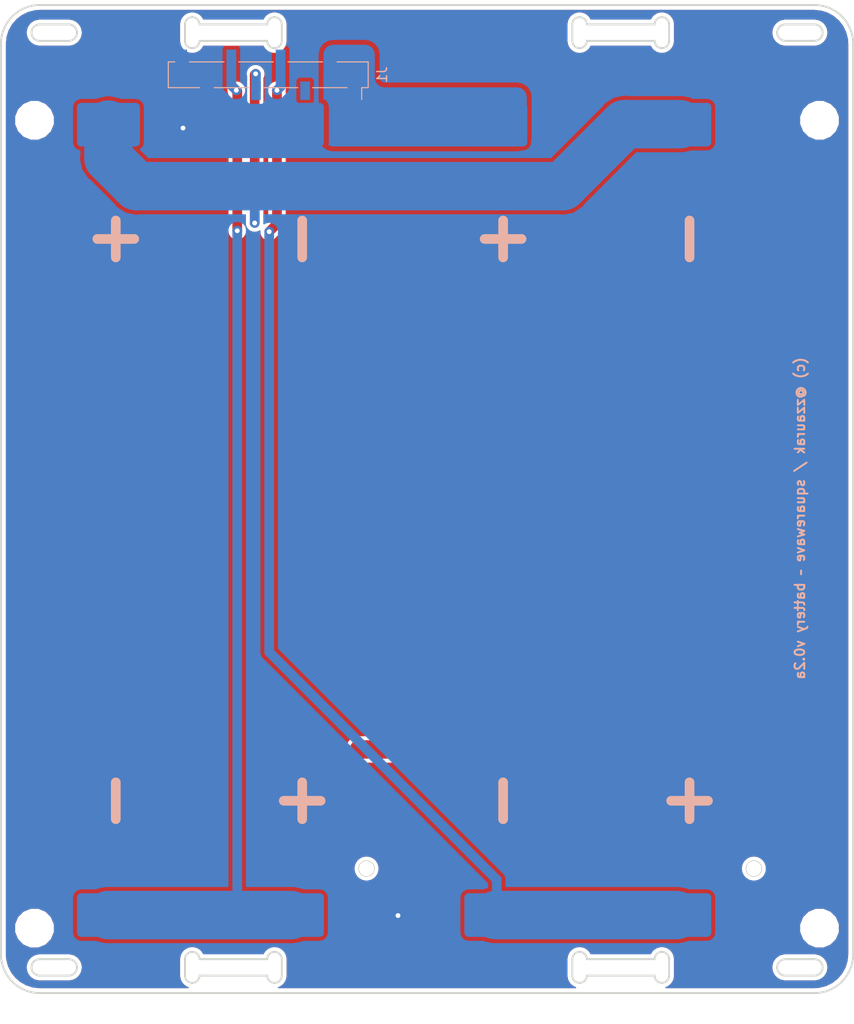
<source format=kicad_pcb>
(kicad_pcb (version 20171130) (host pcbnew "(5.0.1-3-g963ef8bb5)")
  (layers (0 F.Cu signal) (31 B.Cu signal) (34 B.Paste user) (35 F.Paste user) (36 B.SilkS user) (37 F.SilkS user) (38 B.Mask user) (39 F.Mask user) (44 Edge.Cuts user))
  (net 0 "")
  (net 1 "Net-(BT1-Pad1)")
  (net 2 "Net-(J1-Pad3)")
  (net 3 "Net-(BT1-Pad2)")
  (net 4 "Net-(BT1-Pad3)")
  (net 5 "Net-(BT2-Pad1)")
  (net 6 "Net-(BT2-Pad3)")
  (net 7 "Net-(LG1-Pad1)")
  (module logos:Logo_Dot_15mm_Text_Mask (layer F.Cu) (at 67 88)
    (fp_text reference LG1 hide)
    (fp_text value Logo_dot hide)
    (pad 1 smd custom (at -3.75 -7.75) (size 0.1 0.1) (layers F.Cu) (net 7 "Net-(LG1-Pad1)") (options (clearance outline) (anchor circle)) (primitives (gr_poly (pts (xy 0 0) (xy 7.2 0) (xy 10.9 6.23) (xy 7.24 12.43) (xy 0 12.43) (xy -3.54 6.23)) (width 0.2))))
    (pad 1 smd roundrect (at 0 6.85) (size 16 1.9) (layers F.Cu) (roundrect_rratio 0.5) (net 7 "Net-(LG1-Pad1)"))
  )
  (module MountingHole:MountingHole_3.2mm_M3_ISO14580 (layer F.Cu) (at 26.46 113.3)
    (fp_text reference H4 hide)
    (fp_text value MountingHole hide)
    (pad 1 np_thru_hole circle (at 0 0) (size 3.2 3.2) (drill 3.2) (layers *.Cu *.Mask))
  )
  (module MountingHole:MountingHole_3.2mm_M3_ISO14580 (layer F.Cu) (at 26.46 29.9)
    (fp_text reference H3 hide)
    (fp_text value MountingHole hide)
    (pad 1 np_thru_hole circle (at 0 0) (size 3.2 3.2) (drill 3.2) (layers *.Cu *.Mask))
  )
  (module MountingHole:MountingHole_3.2mm_M3_ISO14580 (layer F.Cu) (at 107.53 113.3)
    (fp_text reference H2 hide)
    (fp_text value MountingHole hide)
    (pad 1 np_thru_hole circle (at 0 0) (size 3.2 3.2) (drill 3.2) (layers *.Cu *.Mask))
  )
  (module MountingHole:MountingHole_3.2mm_M3_ISO14580 (layer F.Cu) (at 107.53 29.9)
    (fp_text reference H1 hide)
    (fp_text value MountingHole hide)
    (pad 1 np_thru_hole circle (at 0 0) (size 3.2 3.2) (drill 3.2) (layers *.Cu *.Mask))
  )
  (module kiss:Battholder_18650x2_BLM (layer B.Cu) (at 63.75 109.65 90)
    (fp_text reference BT2)
    (fp_text value Battery_Cell_2S)
    (fp_text user + (at 9.5 30 90) (layer B.SilkS) (effects (font (size 5 5) (thickness 1)) (justify mirror)))
    (fp_text user + (at 67.5 10.75 90) (layer B.SilkS) (effects (font (size 5 5) (thickness 1)) (justify mirror)))
    (fp_text user - (at 67.5 30 90) (layer B.SilkS) (effects (font (size 5 5) (thickness 1)) (justify mirror)))
    (fp_text user - (at 9.5 10.75 90) (layer B.SilkS) (effects (font (size 5 5) (thickness 1)) (justify mirror)))
    (pad 4 smd roundrect (at -2.3 10.35 90) (size 4.5 6.5) (layers B.Cu B.Paste B.Mask) (roundrect_rratio 0.1) (net 5 "Net-(BT2-Pad1)"))
    (pad 1 smd roundrect (at -2.3 29.35 90) (size 4.5 6.5) (layers B.Cu B.Paste B.Mask) (roundrect_rratio 0.1) (net 5 "Net-(BT2-Pad1)"))
    (pad 2 smd roundrect (at 79.3 29.35 90) (size 4.5 6.5) (layers B.Cu B.Paste B.Mask) (roundrect_rratio 0.1) (net 4 "Net-(BT1-Pad3)"))
    (pad 3 smd roundrect (at 79.3 10.35 90) (size 4.5 6.5) (layers B.Cu B.Paste B.Mask) (roundrect_rratio 0.1) (net 6 "Net-(BT2-Pad3)"))
    (pad ~ thru_hole circle (at 2.5 37 90) (size 1.5 1.5) (drill 1.5) (layers *.Cu *.Mask))
  )
  (module kiss:Battholder_18650x2_BLM (layer B.Cu) (at 23.75 109.65 90)
    (fp_text reference BT1)
    (fp_text value Battery_Cell_2S)
    (fp_text user + (at 9.5 30 90) (layer B.SilkS) (effects (font (size 5 5) (thickness 1)) (justify mirror)))
    (fp_text user + (at 67.5 10.75 90) (layer B.SilkS) (effects (font (size 5 5) (thickness 1)) (justify mirror)))
    (fp_text user - (at 67.5 30 90) (layer B.SilkS) (effects (font (size 5 5) (thickness 1)) (justify mirror)))
    (fp_text user - (at 9.5 10.75 90) (layer B.SilkS) (effects (font (size 5 5) (thickness 1)) (justify mirror)))
    (pad 4 smd roundrect (at -2.3 10.35 90) (size 4.5 6.5) (layers B.Cu B.Paste B.Mask) (roundrect_rratio 0.1) (net 1 "Net-(BT1-Pad1)"))
    (pad 1 smd roundrect (at -2.3 29.35 90) (size 4.5 6.5) (layers B.Cu B.Paste B.Mask) (roundrect_rratio 0.1) (net 1 "Net-(BT1-Pad1)"))
    (pad 2 smd roundrect (at 79.3 29.35 90) (size 4.5 6.5) (layers B.Cu B.Paste B.Mask) (roundrect_rratio 0.1) (net 3 "Net-(BT1-Pad2)"))
    (pad 3 smd roundrect (at 79.3 10.35 90) (size 4.5 6.5) (layers B.Cu B.Paste B.Mask) (roundrect_rratio 0.1) (net 4 "Net-(BT1-Pad3)"))
    (pad ~ thru_hole circle (at 2.5 37 90) (size 1.5 1.5) (drill 1.5) (layers *.Cu *.Mask))
  )
  (module Connector_PinSocket_2.54mm:PinSocket_1x08_P2.54mm_Vertical_SMD_Pin1Left (layer B.Cu) (at 50.6 25.2 90)
    (fp_text reference J1 (at 0 11.76 90) (layer B.SilkS) (effects (justify mirror)))
    (fp_text value Conn_01x08_Female)
    (fp_line (start -2.54 9.65) (end -1.33 9.65) (layer B.SilkS) (width 0.12))
    (fp_line (start -1.33 -7.11) (end -1.33 -10.32) (layer B.SilkS) (width 0.12))
    (fp_line (start -1.33 -2.03) (end -1.33 -5.59) (layer B.SilkS) (width 0.12))
    (fp_line (start -1.33 3.05) (end -1.33 -0.51) (layer B.SilkS) (width 0.12))
    (fp_line (start -1.33 8.13) (end -1.33 4.57) (layer B.SilkS) (width 0.12))
    (fp_line (start -1.33 10.32) (end -1.33 9.65) (layer B.SilkS) (width 0.12))
    (fp_line (start -1.33 -10.32) (end 1.33 -10.32) (layer B.SilkS) (width 0.12))
    (fp_line (start 1.33 -9.65) (end 1.33 -10.32) (layer B.SilkS) (width 0.12))
    (fp_line (start 1.33 -4.57) (end 1.33 -8.13) (layer B.SilkS) (width 0.12))
    (fp_line (start 1.33 0.51) (end 1.33 -3.05) (layer B.SilkS) (width 0.12))
    (fp_line (start 1.33 5.59) (end 1.33 2.03) (layer B.SilkS) (width 0.12))
    (fp_line (start 1.33 10.32) (end 1.33 7.11) (layer B.SilkS) (width 0.12))
    (fp_line (start -1.33 10.32) (end 1.33 10.32) (layer B.SilkS) (width 0.12))
    (pad 8 smd rect (at 1.65 -8.89 90) (size 1.9 1) (layers B.Cu B.Paste B.Mask) (net 3 "Net-(BT1-Pad2)"))
    (pad 6 smd rect (at 1.65 -3.81 90) (size 1.9 1) (layers B.Cu B.Paste B.Mask) (net 1 "Net-(BT1-Pad1)"))
    (pad 4 smd rect (at 1.65 1.27 90) (size 1.9 1) (layers B.Cu B.Paste B.Mask) (net 5 "Net-(BT2-Pad1)"))
    (pad 2 smd rect (at 1.65 6.35 90) (size 1.9 1) (layers B.Cu B.Paste B.Mask) (net 6 "Net-(BT2-Pad3)"))
    (pad 7 smd rect (at -1.65 -6.35 90) (size 1.9 1) (layers B.Cu B.Paste B.Mask) (net 3 "Net-(BT1-Pad2)"))
    (pad 5 smd rect (at -1.65 -1.27 90) (size 1.9 1) (layers B.Cu B.Paste B.Mask) (net 4 "Net-(BT1-Pad3)"))
    (pad 3 smd rect (at -1.65 3.81 90) (size 1.9 1) (layers B.Cu B.Paste B.Mask) (net 2 "Net-(J1-Pad3)"))
    (pad 1 smd rect (at -1.65 8.89 90) (size 1.9 1) (layers B.Cu B.Paste B.Mask) (net 6 "Net-(BT2-Pad3)"))
  )
  (gr_text "(c) @zzaurak / squarewave – battery v0.2a" (at 105.5 71 90) (layer B.SilkS) (effects (font (size 1 1) (thickness 0.2)) (justify mirror)))
  (gr_arc (start 27.000001 22.000001) (end 27 18) (angle -89.99998068) (layer Edge.Cuts) (width 0.2))
  (gr_line (start 107 18) (end 27 18) (layer Edge.Cuts) (width 0.2))
  (gr_line (start 111 22.2) (end 111 22) (layer Edge.Cuts) (width 0.2))
  (gr_arc (start 106.999999 22.000001) (end 111 22) (angle -89.99998068) (layer Edge.Cuts) (width 0.2))
  (gr_line (start 23 22) (end 23 22.2) (layer Edge.Cuts) (width 0.2))
  (gr_line (start 111 116) (end 111 22.2) (layer Edge.Cuts) (width 0.2))
  (gr_arc (start 107 116) (end 107 120) (angle -90) (layer Edge.Cuts) (width 0.2))
  (gr_line (start 52 20) (end 52 21.7) (layer Edge.Cuts) (width 0.2))
  (gr_arc (start 51.25 20) (end 52 20) (angle -180) (layer Edge.Cuts) (width 0.2))
  (gr_line (start 43.5 20) (end 50.5 20) (layer Edge.Cuts) (width 0.2))
  (gr_arc (start 42.75 20) (end 43.5 20) (angle -180) (layer Edge.Cuts) (width 0.2))
  (gr_line (start 42 21.7) (end 42 20) (layer Edge.Cuts) (width 0.2))
  (gr_arc (start 60.75 107.15) (end 61.5 107.15) (angle -90) (layer Edge.Cuts) (width 0.2))
  (gr_arc (start 100.75 107.15) (end 101.5 107.15) (angle -89.99998068) (layer Edge.Cuts) (width 0.2))
  (gr_arc (start 42.75 21.7) (end 42 21.7) (angle -180) (layer Edge.Cuts) (width 0.2))
  (gr_line (start 50.5 21.7) (end 43.5 21.7) (layer Edge.Cuts) (width 0.2))
  (gr_arc (start 51.25 21.7) (end 50.5 21.7) (angle -180) (layer Edge.Cuts) (width 0.2))
  (gr_line (start 82 118.2) (end 82 116.5) (layer Edge.Cuts) (width 0.2))
  (gr_arc (start 100.75 107.15) (end 100.75 106.4) (angle -89.99998068) (layer Edge.Cuts) (width 0.2))
  (gr_arc (start 100.75 107.15) (end 100 107.15) (angle -180) (layer Edge.Cuts) (width 0.2))
  (gr_arc (start 82.75 116.5) (end 83.5 116.5) (angle -180) (layer Edge.Cuts) (width 0.2))
  (gr_arc (start 60.75 107.15) (end 60.75 106.4) (angle -90) (layer Edge.Cuts) (width 0.2))
  (gr_arc (start 91.25 116.5) (end 92 116.5) (angle -180) (layer Edge.Cuts) (width 0.2))
  (gr_line (start 83.5 116.5) (end 90.5 116.5) (layer Edge.Cuts) (width 0.2))
  (gr_line (start 26.999999 20) (end 30 20) (layer Edge.Cuts) (width 0.2))
  (gr_arc (start 26.999999 20.85) (end 26.999999 20) (angle -180) (layer Edge.Cuts) (width 0.2))
  (gr_line (start 30 21.7) (end 26.999999 21.7) (layer Edge.Cuts) (width 0.2))
  (gr_arc (start 30 20.85) (end 30 21.7) (angle -180) (layer Edge.Cuts) (width 0.2))
  (gr_line (start 107.000001 118.2) (end 104 118.2) (layer Edge.Cuts) (width 0.2))
  (gr_arc (start 107.000001 117.35) (end 107.000001 118.2) (angle -180) (layer Edge.Cuts) (width 0.2))
  (gr_line (start 104 116.5) (end 107.000001 116.5) (layer Edge.Cuts) (width 0.2))
  (gr_arc (start 104 117.35) (end 104 116.5) (angle -180) (layer Edge.Cuts) (width 0.2))
  (gr_line (start 82 21.7) (end 82 20) (layer Edge.Cuts) (width 0.2))
  (gr_arc (start 82.75 21.7) (end 82 21.7) (angle -180) (layer Edge.Cuts) (width 0.2))
  (gr_line (start 90.5 21.7) (end 83.5 21.7) (layer Edge.Cuts) (width 0.2))
  (gr_arc (start 91.25 21.7) (end 90.5 21.7) (angle -180) (layer Edge.Cuts) (width 0.2))
  (gr_line (start 92 20) (end 92 21.7) (layer Edge.Cuts) (width 0.2))
  (gr_arc (start 91.25 20) (end 92 20) (angle -180) (layer Edge.Cuts) (width 0.2))
  (gr_line (start 83.5 20) (end 90.5 20) (layer Edge.Cuts) (width 0.2))
  (gr_arc (start 82.75 20) (end 83.5 20) (angle -180) (layer Edge.Cuts) (width 0.2))
  (gr_line (start 27 120) (end 107 120) (layer Edge.Cuts) (width 0.2))
  (gr_arc (start 27 116) (end 23 116) (angle -90) (layer Edge.Cuts) (width 0.2))
  (gr_line (start 23 22.2) (end 23 116) (layer Edge.Cuts) (width 0.2))
  (gr_arc (start 26.999999 117.35) (end 26.999999 116.5) (angle -180) (layer Edge.Cuts) (width 0.2))
  (gr_line (start 52 116.5) (end 52 118.2) (layer Edge.Cuts) (width 0.2))
  (gr_arc (start 51.25 116.5) (end 52 116.5) (angle -180) (layer Edge.Cuts) (width 0.2))
  (gr_line (start 43.5 116.5) (end 50.5 116.5) (layer Edge.Cuts) (width 0.2))
  (gr_arc (start 42.75 116.5) (end 43.5 116.5) (angle -180) (layer Edge.Cuts) (width 0.2))
  (gr_line (start 42 118.2) (end 42 116.5) (layer Edge.Cuts) (width 0.2))
  (gr_arc (start 42.75 118.2) (end 42 118.2) (angle -180) (layer Edge.Cuts) (width 0.2))
  (gr_line (start 50.5 118.2) (end 43.5 118.2) (layer Edge.Cuts) (width 0.2))
  (gr_arc (start 51.25 118.2) (end 50.5 118.2) (angle -180) (layer Edge.Cuts) (width 0.2))
  (gr_line (start 104 20) (end 107.000001 20) (layer Edge.Cuts) (width 0.2))
  (gr_arc (start 104 20.85) (end 104 20) (angle -180) (layer Edge.Cuts) (width 0.2))
  (gr_line (start 107.000001 21.7) (end 104 21.7) (layer Edge.Cuts) (width 0.2))
  (gr_arc (start 107.000001 20.85) (end 107.000001 21.7) (angle -180) (layer Edge.Cuts) (width 0.2))
  (gr_line (start 30 118.2) (end 26.999999 118.2) (layer Edge.Cuts) (width 0.2))
  (gr_arc (start 30 117.35) (end 30 118.2) (angle -180) (layer Edge.Cuts) (width 0.2))
  (gr_line (start 26.999999 116.5) (end 30 116.5) (layer Edge.Cuts) (width 0.2))
  (gr_arc (start 60.75 107.15) (end 60 107.15) (angle -180) (layer Edge.Cuts) (width 0.2))
  (gr_arc (start 82.75 118.2) (end 82 118.2) (angle -180) (layer Edge.Cuts) (width 0.2))
  (gr_line (start 90.5 118.2) (end 83.5 118.2) (layer Edge.Cuts) (width 0.2))
  (gr_arc (start 91.25 118.2) (end 90.5 118.2) (angle -180) (layer Edge.Cuts) (width 0.2))
  (gr_line (start 92 116.5) (end 92 118.2) (layer Edge.Cuts) (width 0.2))
  (via (at 47.3 26.8) (size 1) (drill 0.5) (layers F.Cu B.Cu) (net 1))
  (segment (start 46.79 26.29) (end 47.3 26.8) (width 1) (layer B.Cu) (net 1))
  (segment (start 46.79 23.55) (end 46.79 26.29) (width 1) (layer B.Cu) (net 1))
  (via (at 47.4 41.3) (size 1) (drill 0.5) (layers F.Cu B.Cu) (net 1))
  (segment (start 47.4 26.9) (end 47.4 41.3) (width 1) (layer F.Cu) (net 1))
  (segment (start 47.3 26.8) (end 47.4 26.9) (width 1) (layer F.Cu) (net 1))
  (segment (start 47.4 41.3) (end 47.4 111.65) (width 1) (layer B.Cu) (net 1))
  (segment (start 47.1 111.95) (end 52.95 111.95) (width 5) (layer B.Cu) (net 1))
  (segment (start 47.4 111.65) (end 47.1 111.95) (width 1) (layer B.Cu) (net 1))
  (segment (start 34.1 111.95) (end 47.1 111.95) (width 5) (layer B.Cu) (net 1))
  (via (at 64 112) (size 1) (drill 0.5) (layers F.Cu B.Cu) (net 3))
  (via (at 41.8 30.7) (size 1) (drill 0.5) (layers F.Cu B.Cu) (net 3))
  (segment (start 87.4 30.3) (end 93.1 30.3) (width 5) (layer B.Cu) (net 4))
  (segment (start 37 36.7) (end 81 36.7) (width 5) (layer B.Cu) (net 4))
  (segment (start 81 36.7) (end 87.4 30.3) (width 5) (layer B.Cu) (net 4))
  (segment (start 34.1 33.8) (end 37 36.7) (width 5) (layer B.Cu) (net 4))
  (segment (start 34.1 30.35) (end 34.1 33.8) (width 5) (layer B.Cu) (net 4))
  (via (at 49.3 25.1) (size 1) (drill 0.5) (layers F.Cu B.Cu) (net 4))
  (segment (start 49.33 25.13) (end 49.3 25.1) (width 1) (layer B.Cu) (net 4))
  (segment (start 49.33 26.85) (end 49.33 25.13) (width 1) (layer B.Cu) (net 4))
  (segment (start 49.2 25.2) (end 49.2 40.5) (width 1) (layer F.Cu) (net 4))
  (via (at 49.2 40.5) (size 1) (drill 0.5) (layers F.Cu B.Cu) (net 4))
  (segment (start 49.3 25.1) (end 49.2 25.2) (width 1) (layer F.Cu) (net 4))
  (segment (start 49.2 40.5) (end 49.2 37.1) (width 1) (layer B.Cu) (net 4))
  (segment (start 74.1 111.95) (end 92.75 111.95) (width 5) (layer B.Cu) (net 5))
  (via (at 51.5 26.8) (size 1) (drill 0.5) (layers F.Cu B.Cu) (net 5))
  (segment (start 51.87 26.43) (end 51.5 26.8) (width 1) (layer B.Cu) (net 5))
  (segment (start 51.87 23.55) (end 51.87 26.43) (width 1) (layer B.Cu) (net 5))
  (via (at 50.7 41.4) (size 1) (drill 0.5) (layers F.Cu B.Cu) (net 5))
  (segment (start 51.5 40.6) (end 50.7 41.4) (width 1) (layer F.Cu) (net 5))
  (segment (start 51.5 26.8) (end 51.5 40.6) (width 1) (layer F.Cu) (net 5))
  (segment (start 74.2 108.6) (end 74.2 111.8) (width 1) (layer B.Cu) (net 5))
  (segment (start 74.2 108.3) (end 74.2 108.6) (width 1) (layer B.Cu) (net 5))
  (segment (start 50.7 84.8) (end 74.2 108.3) (width 1) (layer B.Cu) (net 5))
  (segment (start 50.7 41.4) (end 50.7 84.8) (width 1) (layer B.Cu) (net 5))
  (zone (net 3) (net_name "Net-(BT1-Pad2)") (layer B.Cu) (connect_pads yes (clearance 0.4)) (min_thickness 0.127) (fill yes (arc_segments 16) (thermal_gap 0.508) (thermal_bridge_width 0.508) (smoothing fillet) (radius 1))
    (polygon (pts (xy 111 120) (xy 23 120) (xy 23 18) (xy 111 18)))
  )
  (zone (net 3) (net_name "Net-(BT1-Pad2)") (layer F.Cu) (connect_pads yes (clearance 0.4)) (min_thickness 0.127) (fill yes (arc_segments 16) (thermal_gap 0.508) (thermal_bridge_width 0.508) (smoothing fillet) (radius 1))
    (polygon (pts (xy 111 120) (xy 23 120) (xy 23 18) (xy 111 18)))
  )
  (zone (net 6) (net_name "Net-(BT2-Pad3)") (layer B.Cu) (priority 1) (connect_pads yes (clearance 0.5)) (min_thickness 0.127) (fill yes (arc_segments 16) (thermal_gap 0.508) (thermal_bridge_width 0.508) (smoothing fillet) (radius 1))
    (polygon (pts (xy 61.6 22.1) (xy 56.3 22.1) (xy 56.3 27.4) (xy 56.3 32.6) (xy 77.3 32.6) (xy 77.3 26.5) (xy 61.6 26.5)))
  )
)
</source>
